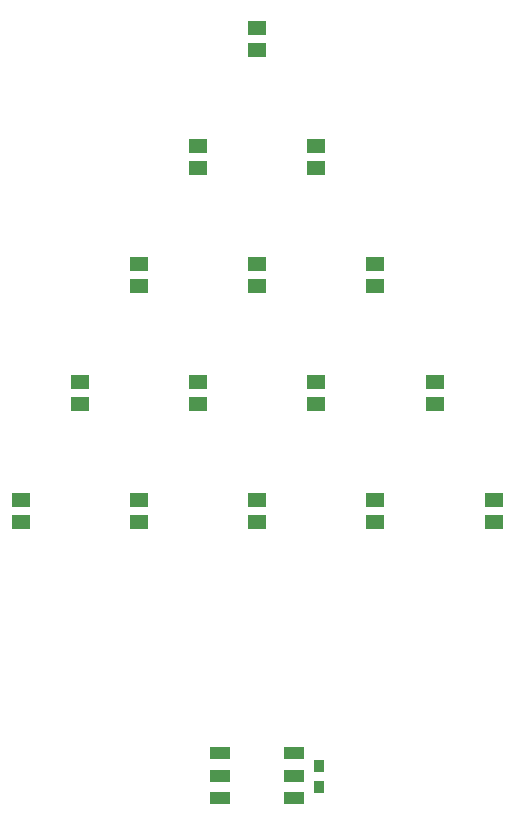
<source format=gbp>
G04 EAGLE Gerber RS-274X export*
G75*
%MOMM*%
%FSLAX34Y34*%
%LPD*%
%INSolderpaste Bottom*%
%IPPOS*%
%AMOC8*
5,1,8,0,0,1.08239X$1,22.5*%
G01*
%ADD10R,1.500000X1.300000*%
%ADD11R,1.676400X1.016000*%
%ADD12R,0.900000X1.000000*%


D10*
X100000Y330500D03*
X100000Y349500D03*
X200000Y530500D03*
X200000Y549500D03*
X300000Y530500D03*
X300000Y549500D03*
X400000Y530500D03*
X400000Y549500D03*
X350000Y649500D03*
X350000Y630500D03*
X250000Y649500D03*
X250000Y630500D03*
X300000Y730500D03*
X300000Y749500D03*
X200000Y330500D03*
X200000Y349500D03*
X300000Y330500D03*
X300000Y349500D03*
X400000Y330500D03*
X400000Y349500D03*
X500000Y330500D03*
X500000Y349500D03*
X450000Y449500D03*
X450000Y430500D03*
X350000Y449500D03*
X350000Y430500D03*
X250000Y449500D03*
X250000Y430500D03*
X150000Y449500D03*
X150000Y430500D03*
D11*
X268660Y134950D03*
X268660Y115900D03*
X268660Y96850D03*
X330890Y134950D03*
X330890Y115900D03*
X330890Y96850D03*
D12*
X352000Y123850D03*
X352000Y106850D03*
M02*

</source>
